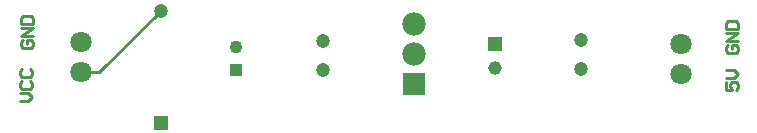
<source format=gtl>
G04*
G04 #@! TF.GenerationSoftware,Altium Limited,Altium Designer,19.1.8 (144)*
G04*
G04 Layer_Physical_Order=1*
G04 Layer_Color=255*
%FSLAX44Y44*%
%MOMM*%
G71*
G01*
G75*
%ADD12C,0.2540*%
%ADD22R,1.9800X1.9800*%
%ADD23C,1.9800*%
%ADD24R,1.2000X1.2000*%
%ADD25C,1.2000*%
%ADD26C,1.8000*%
%ADD27R,1.1500X1.1500*%
%ADD28C,1.1500*%
%ADD29R,1.1000X1.1000*%
%ADD30C,1.1000*%
D12*
X68580Y-100330D02*
X83820D01*
X135890Y-48260D01*
X16513Y-124460D02*
X23284D01*
X26670Y-121074D01*
X23284Y-117689D01*
X16513D01*
X18206Y-107532D02*
X16513Y-109225D01*
Y-112611D01*
X18206Y-114303D01*
X24977D01*
X26670Y-112611D01*
Y-109225D01*
X24977Y-107532D01*
X18206Y-97375D02*
X16513Y-99068D01*
Y-102454D01*
X18206Y-104147D01*
X24977D01*
X26670Y-102454D01*
Y-99068D01*
X24977Y-97375D01*
X19476Y-73239D02*
X17783Y-74932D01*
Y-78317D01*
X19476Y-80010D01*
X26247D01*
X27940Y-78317D01*
Y-74932D01*
X26247Y-73239D01*
X22862D01*
Y-76624D01*
X27940Y-69853D02*
X17783D01*
X27940Y-63082D01*
X17783D01*
Y-59697D02*
X27940D01*
Y-54618D01*
X26247Y-52925D01*
X19476D01*
X17783Y-54618D01*
Y-59697D01*
X616376Y-77049D02*
X614683Y-78742D01*
Y-82127D01*
X616376Y-83820D01*
X623147D01*
X624840Y-82127D01*
Y-78742D01*
X623147Y-77049D01*
X619762D01*
Y-80434D01*
X624840Y-73663D02*
X614683D01*
X624840Y-66892D01*
X614683D01*
Y-63507D02*
X624840D01*
Y-58428D01*
X623147Y-56735D01*
X616376D01*
X614683Y-58428D01*
Y-63507D01*
Y-108799D02*
Y-115570D01*
X619762D01*
X618069Y-112184D01*
Y-110492D01*
X619762Y-108799D01*
X623147D01*
X624840Y-110492D01*
Y-113877D01*
X623147Y-115570D01*
X614683Y-105413D02*
X621454D01*
X624840Y-102028D01*
X621454Y-98642D01*
X614683D01*
D22*
X350520Y-110590D02*
D03*
D23*
Y-85090D02*
D03*
Y-59590D02*
D03*
D24*
X135890Y-143260D02*
D03*
D25*
Y-48260D02*
D03*
X491490Y-72790D02*
D03*
Y-97790D02*
D03*
X273050Y-98660D02*
D03*
Y-73660D02*
D03*
D26*
X576580Y-101600D02*
D03*
Y-76200D02*
D03*
X68580Y-74930D02*
D03*
Y-100330D02*
D03*
D27*
X419100Y-76520D02*
D03*
D28*
Y-96520D02*
D03*
D29*
X199390Y-98740D02*
D03*
D30*
Y-78740D02*
D03*
M02*

</source>
